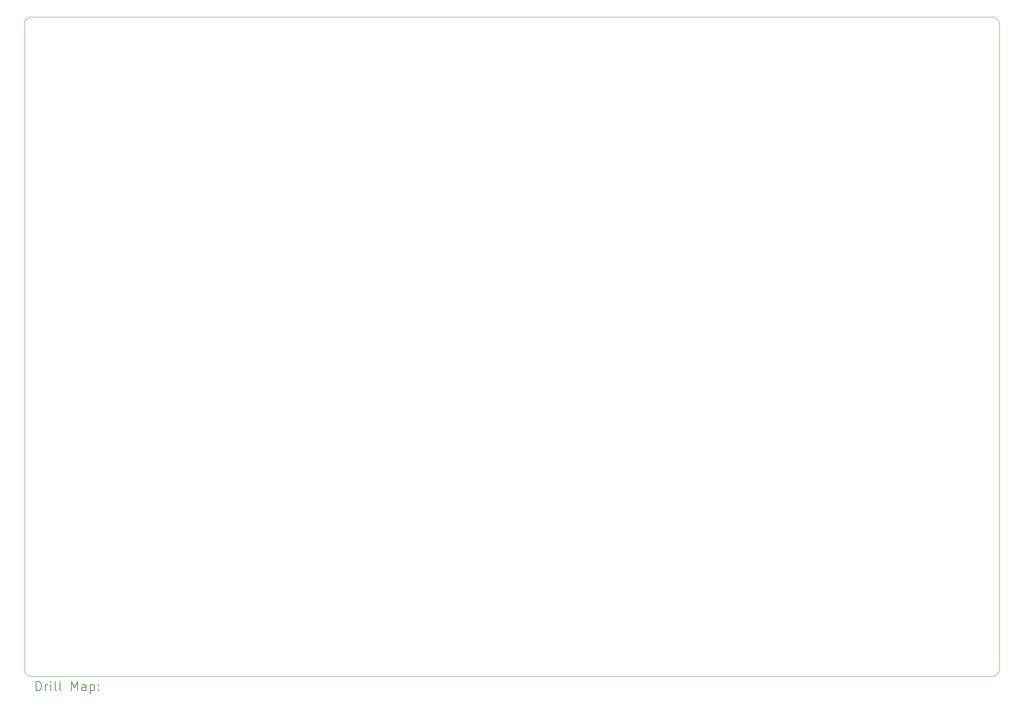
<source format=gbr>
%TF.GenerationSoftware,KiCad,Pcbnew,9.0.2+dfsg-1*%
%TF.CreationDate,2026-01-28T21:05:07+01:00*%
%TF.ProjectId,DEDBUG,44454442-5547-42e6-9b69-6361645f7063,0.3*%
%TF.SameCoordinates,Original*%
%TF.FileFunction,Drillmap*%
%TF.FilePolarity,Positive*%
%FSLAX45Y45*%
G04 Gerber Fmt 4.5, Leading zero omitted, Abs format (unit mm)*
G04 Created by KiCad (PCBNEW 9.0.2+dfsg-1) date 2026-01-28 21:05:07*
%MOMM*%
%LPD*%
G01*
G04 APERTURE LIST*
%ADD10C,0.010000*%
%ADD11C,0.200000*%
G04 APERTURE END LIST*
D10*
X10865258Y-21948783D02*
X10865258Y-7713600D01*
X11024993Y-22108519D02*
G75*
G02*
X10865261Y-21948783I187J159919D01*
G01*
X32191590Y-22108519D02*
X11024993Y-22108519D01*
X32351327Y-21948783D02*
G75*
G02*
X32191590Y-22108517I-159917J183D01*
G01*
X32351327Y-7713600D02*
X32351327Y-21948783D01*
X32193359Y-7553870D02*
G75*
G02*
X32351322Y-7713600I-1959J-159910D01*
G01*
X11024993Y-7553864D02*
X32193359Y-7553870D01*
X10865258Y-7713600D02*
G75*
G02*
X11024993Y-7553858I159922J-180D01*
G01*
D11*
X11125535Y-22420502D02*
X11125535Y-22220503D01*
X11125535Y-22220503D02*
X11173154Y-22220503D01*
X11173154Y-22220503D02*
X11201725Y-22230026D01*
X11201725Y-22230026D02*
X11220773Y-22249074D01*
X11220773Y-22249074D02*
X11230297Y-22268122D01*
X11230297Y-22268122D02*
X11239820Y-22306217D01*
X11239820Y-22306217D02*
X11239820Y-22334788D01*
X11239820Y-22334788D02*
X11230297Y-22372883D01*
X11230297Y-22372883D02*
X11220773Y-22391931D01*
X11220773Y-22391931D02*
X11201725Y-22410979D01*
X11201725Y-22410979D02*
X11173154Y-22420502D01*
X11173154Y-22420502D02*
X11125535Y-22420502D01*
X11325535Y-22420502D02*
X11325535Y-22287169D01*
X11325535Y-22325264D02*
X11335059Y-22306217D01*
X11335059Y-22306217D02*
X11344582Y-22296693D01*
X11344582Y-22296693D02*
X11363630Y-22287169D01*
X11363630Y-22287169D02*
X11382678Y-22287169D01*
X11449344Y-22420502D02*
X11449344Y-22287169D01*
X11449344Y-22220503D02*
X11439820Y-22230026D01*
X11439820Y-22230026D02*
X11449344Y-22239550D01*
X11449344Y-22239550D02*
X11458868Y-22230026D01*
X11458868Y-22230026D02*
X11449344Y-22220503D01*
X11449344Y-22220503D02*
X11449344Y-22239550D01*
X11573154Y-22420502D02*
X11554106Y-22410979D01*
X11554106Y-22410979D02*
X11544582Y-22391931D01*
X11544582Y-22391931D02*
X11544582Y-22220503D01*
X11677916Y-22420502D02*
X11658868Y-22410979D01*
X11658868Y-22410979D02*
X11649344Y-22391931D01*
X11649344Y-22391931D02*
X11649344Y-22220503D01*
X11906487Y-22420502D02*
X11906487Y-22220503D01*
X11906487Y-22220503D02*
X11973154Y-22363360D01*
X11973154Y-22363360D02*
X12039820Y-22220503D01*
X12039820Y-22220503D02*
X12039820Y-22420502D01*
X12220773Y-22420502D02*
X12220773Y-22315741D01*
X12220773Y-22315741D02*
X12211249Y-22296693D01*
X12211249Y-22296693D02*
X12192201Y-22287169D01*
X12192201Y-22287169D02*
X12154106Y-22287169D01*
X12154106Y-22287169D02*
X12135059Y-22296693D01*
X12220773Y-22410979D02*
X12201725Y-22420502D01*
X12201725Y-22420502D02*
X12154106Y-22420502D01*
X12154106Y-22420502D02*
X12135059Y-22410979D01*
X12135059Y-22410979D02*
X12125535Y-22391931D01*
X12125535Y-22391931D02*
X12125535Y-22372883D01*
X12125535Y-22372883D02*
X12135059Y-22353836D01*
X12135059Y-22353836D02*
X12154106Y-22344312D01*
X12154106Y-22344312D02*
X12201725Y-22344312D01*
X12201725Y-22344312D02*
X12220773Y-22334788D01*
X12316011Y-22287169D02*
X12316011Y-22487169D01*
X12316011Y-22296693D02*
X12335059Y-22287169D01*
X12335059Y-22287169D02*
X12373154Y-22287169D01*
X12373154Y-22287169D02*
X12392201Y-22296693D01*
X12392201Y-22296693D02*
X12401725Y-22306217D01*
X12401725Y-22306217D02*
X12411249Y-22325264D01*
X12411249Y-22325264D02*
X12411249Y-22382407D01*
X12411249Y-22382407D02*
X12401725Y-22401455D01*
X12401725Y-22401455D02*
X12392201Y-22410979D01*
X12392201Y-22410979D02*
X12373154Y-22420502D01*
X12373154Y-22420502D02*
X12335059Y-22420502D01*
X12335059Y-22420502D02*
X12316011Y-22410979D01*
X12496963Y-22401455D02*
X12506487Y-22410979D01*
X12506487Y-22410979D02*
X12496963Y-22420502D01*
X12496963Y-22420502D02*
X12487440Y-22410979D01*
X12487440Y-22410979D02*
X12496963Y-22401455D01*
X12496963Y-22401455D02*
X12496963Y-22420502D01*
X12496963Y-22296693D02*
X12506487Y-22306217D01*
X12506487Y-22306217D02*
X12496963Y-22315741D01*
X12496963Y-22315741D02*
X12487440Y-22306217D01*
X12487440Y-22306217D02*
X12496963Y-22296693D01*
X12496963Y-22296693D02*
X12496963Y-22315741D01*
M02*

</source>
